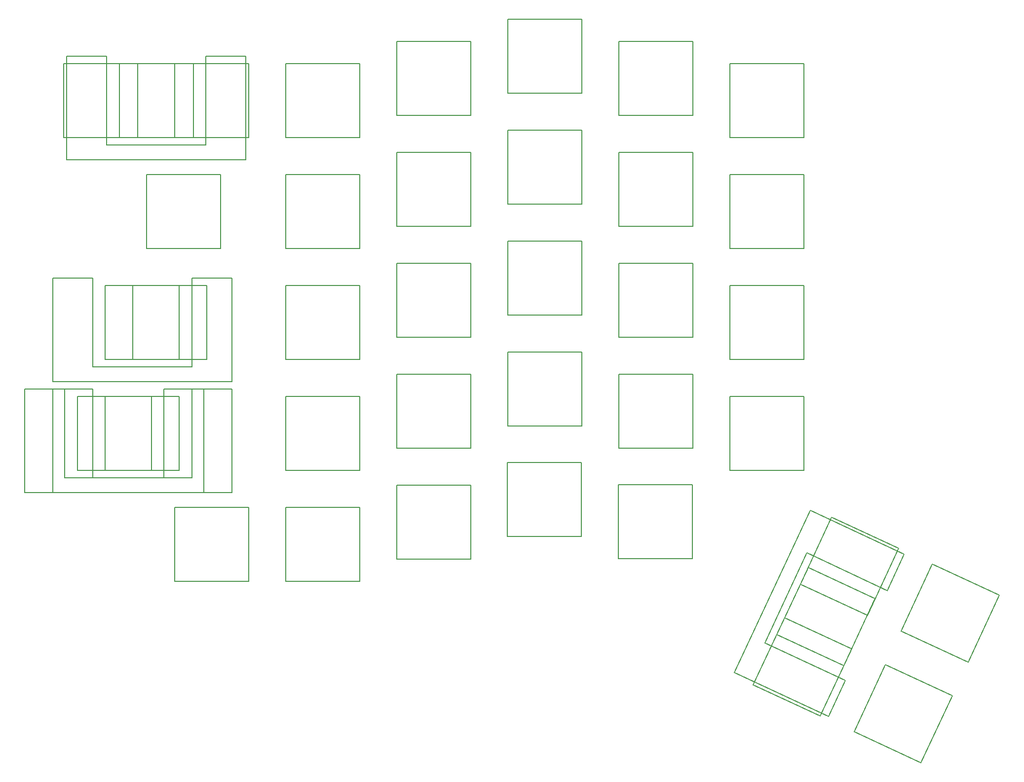
<source format=gbr>
G04 #@! TF.GenerationSoftware,KiCad,Pcbnew,(5.1.5)-3*
G04 #@! TF.CreationDate,2020-01-18T12:56:56+05:30*
G04 #@! TF.ProjectId,ergocape,6572676f-6361-4706-952e-6b696361645f,rev?*
G04 #@! TF.SameCoordinates,Original*
G04 #@! TF.FileFunction,Other,Comment*
%FSLAX46Y46*%
G04 Gerber Fmt 4.6, Leading zero omitted, Abs format (unit mm)*
G04 Created by KiCad (PCBNEW (5.1.5)-3) date 2020-01-18 12:56:56*
%MOMM*%
%LPD*%
G04 APERTURE LIST*
%ADD10C,0.152400*%
G04 APERTURE END LIST*
D10*
X33051800Y-106997500D02*
X33051800Y-89217500D01*
X63785800Y-106997500D02*
X33051800Y-106997500D01*
X63785800Y-89217500D02*
X63785800Y-106997500D01*
X56927800Y-89217500D02*
X63785800Y-89217500D01*
X56927800Y-104457500D02*
X56927800Y-89217500D01*
X39909800Y-104457500D02*
X56927800Y-104457500D01*
X39909800Y-89217500D02*
X39909800Y-104457500D01*
X33051800Y-89217500D02*
X39909800Y-89217500D01*
X54768800Y-103187500D02*
X54768800Y-90487500D01*
X42068800Y-103187500D02*
X54768800Y-103187500D01*
X42068800Y-90487500D02*
X42068800Y-103187500D01*
X54768800Y-90487500D02*
X42068800Y-90487500D01*
X77787500Y-46037500D02*
X77787500Y-33337500D01*
X90487500Y-46037500D02*
X77787500Y-46037500D01*
X90487500Y-33337500D02*
X90487500Y-46037500D01*
X77787500Y-33337500D02*
X90487500Y-33337500D01*
X66675000Y-65087500D02*
X66675000Y-52387500D01*
X53975000Y-65087500D02*
X66675000Y-65087500D01*
X53975000Y-52387500D02*
X53975000Y-65087500D01*
X66675000Y-52387500D02*
X53975000Y-52387500D01*
X175310320Y-148079428D02*
X180677572Y-136569320D01*
X186820428Y-153446680D02*
X175310320Y-148079428D01*
X192187680Y-141936572D02*
X186820428Y-153446680D01*
X180677572Y-136569320D02*
X192187680Y-141936572D01*
X96838000Y-42227500D02*
X96838000Y-29527500D01*
X109538000Y-42227500D02*
X96838000Y-42227500D01*
X109538000Y-29527500D02*
X109538000Y-42227500D01*
X96838000Y-29527500D02*
X109538000Y-29527500D01*
X115888000Y-38417500D02*
X115888000Y-25717500D01*
X128588000Y-38417500D02*
X115888000Y-38417500D01*
X128588000Y-25717500D02*
X128588000Y-38417500D01*
X115888000Y-25717500D02*
X128588000Y-25717500D01*
X134938000Y-42227500D02*
X134938000Y-29527500D01*
X147638000Y-42227500D02*
X134938000Y-42227500D01*
X147638000Y-29527500D02*
X147638000Y-42227500D01*
X134938000Y-29527500D02*
X147638000Y-29527500D01*
X153988000Y-46037500D02*
X153988000Y-33337500D01*
X166688000Y-46037500D02*
X153988000Y-46037500D01*
X166688000Y-33337500D02*
X166688000Y-46037500D01*
X153988000Y-33337500D02*
X166688000Y-33337500D01*
X77787500Y-84137500D02*
X77787500Y-71437500D01*
X90487500Y-84137500D02*
X77787500Y-84137500D01*
X90487500Y-71437500D02*
X90487500Y-84137500D01*
X77787500Y-71437500D02*
X90487500Y-71437500D01*
X77787500Y-122238000D02*
X77787500Y-109538000D01*
X90487500Y-122238000D02*
X77787500Y-122238000D01*
X90487500Y-109538000D02*
X90487500Y-122238000D01*
X77787500Y-109538000D02*
X90487500Y-109538000D01*
X153988000Y-103187500D02*
X153988000Y-90487500D01*
X166688000Y-103187500D02*
X153988000Y-103187500D01*
X166688000Y-90487500D02*
X166688000Y-103187500D01*
X153988000Y-90487500D02*
X166688000Y-90487500D01*
X115824000Y-114554000D02*
X115824000Y-101854000D01*
X128524000Y-114554000D02*
X115824000Y-114554000D01*
X128524000Y-101854000D02*
X128524000Y-114554000D01*
X115824000Y-101854000D02*
X128524000Y-101854000D01*
X134874000Y-118364000D02*
X134874000Y-105664000D01*
X147574000Y-118364000D02*
X134874000Y-118364000D01*
X147574000Y-105664000D02*
X147574000Y-118364000D01*
X134874000Y-105664000D02*
X147574000Y-105664000D01*
X115888000Y-95567500D02*
X115888000Y-82867500D01*
X128588000Y-95567500D02*
X115888000Y-95567500D01*
X128588000Y-82867500D02*
X128588000Y-95567500D01*
X115888000Y-82867500D02*
X128588000Y-82867500D01*
X51593800Y-84137500D02*
X51593800Y-71437500D01*
X64293800Y-84137500D02*
X51593800Y-84137500D01*
X64293800Y-71437500D02*
X64293800Y-84137500D01*
X51593800Y-71437500D02*
X64293800Y-71437500D01*
X58737500Y-122238000D02*
X58737500Y-109538000D01*
X71437500Y-122238000D02*
X58737500Y-122238000D01*
X71437500Y-109538000D02*
X71437500Y-122238000D01*
X58737500Y-109538000D02*
X71437500Y-109538000D01*
X115888000Y-76517500D02*
X115888000Y-63817500D01*
X128588000Y-76517500D02*
X115888000Y-76517500D01*
X128588000Y-63817500D02*
X128588000Y-76517500D01*
X115888000Y-63817500D02*
X128588000Y-63817500D01*
X115888000Y-57467500D02*
X115888000Y-44767500D01*
X128588000Y-57467500D02*
X115888000Y-57467500D01*
X128588000Y-44767500D02*
X128588000Y-57467500D01*
X115888000Y-44767500D02*
X128588000Y-44767500D01*
X37814200Y-87947500D02*
X37814200Y-70167500D01*
X68548200Y-87947500D02*
X37814200Y-87947500D01*
X68548200Y-70167500D02*
X68548200Y-87947500D01*
X61690200Y-70167500D02*
X68548200Y-70167500D01*
X61690200Y-85407500D02*
X61690200Y-70167500D01*
X44672200Y-85407500D02*
X61690200Y-85407500D01*
X44672200Y-70167500D02*
X44672200Y-85407500D01*
X37814200Y-70167500D02*
X44672200Y-70167500D01*
X59531200Y-84137500D02*
X59531200Y-71437500D01*
X46831200Y-84137500D02*
X59531200Y-84137500D01*
X46831200Y-71437500D02*
X46831200Y-84137500D01*
X59531200Y-71437500D02*
X46831200Y-71437500D01*
X58737500Y-46037500D02*
X58737500Y-33337500D01*
X71437500Y-46037500D02*
X58737500Y-46037500D01*
X71437500Y-33337500D02*
X71437500Y-46037500D01*
X58737500Y-33337500D02*
X71437500Y-33337500D01*
X134938000Y-80327500D02*
X134938000Y-67627500D01*
X147638000Y-80327500D02*
X134938000Y-80327500D01*
X147638000Y-67627500D02*
X147638000Y-80327500D01*
X134938000Y-67627500D02*
X147638000Y-67627500D01*
X153988000Y-84137500D02*
X153988000Y-71437500D01*
X166688000Y-84137500D02*
X153988000Y-84137500D01*
X166688000Y-71437500D02*
X166688000Y-84137500D01*
X153988000Y-71437500D02*
X166688000Y-71437500D01*
X77787500Y-65087500D02*
X77787500Y-52387500D01*
X90487500Y-65087500D02*
X77787500Y-65087500D01*
X90487500Y-52387500D02*
X90487500Y-65087500D01*
X77787500Y-52387500D02*
X90487500Y-52387500D01*
X134938000Y-61277500D02*
X134938000Y-48577500D01*
X147638000Y-61277500D02*
X134938000Y-61277500D01*
X147638000Y-48577500D02*
X147638000Y-61277500D01*
X134938000Y-48577500D02*
X147638000Y-48577500D01*
X96838000Y-80327500D02*
X96838000Y-67627500D01*
X109538000Y-80327500D02*
X96838000Y-80327500D01*
X109538000Y-67627500D02*
X109538000Y-80327500D01*
X96838000Y-67627500D02*
X109538000Y-67627500D01*
X68548200Y-106997500D02*
X68548200Y-89217500D01*
X37814200Y-106997500D02*
X68548200Y-106997500D01*
X37814200Y-89217500D02*
X37814200Y-106997500D01*
X44672200Y-89217500D02*
X37814200Y-89217500D01*
X44672200Y-104457500D02*
X44672200Y-89217500D01*
X61690200Y-104457500D02*
X44672200Y-104457500D01*
X61690200Y-89217500D02*
X61690200Y-104457500D01*
X68548200Y-89217500D02*
X61690200Y-89217500D01*
X46831200Y-103187500D02*
X46831200Y-90487500D01*
X59531200Y-103187500D02*
X46831200Y-103187500D01*
X59531200Y-90487500D02*
X59531200Y-103187500D01*
X46831200Y-90487500D02*
X59531200Y-90487500D01*
X153988000Y-65087500D02*
X153988000Y-52387500D01*
X166688000Y-65087500D02*
X153988000Y-65087500D01*
X166688000Y-52387500D02*
X166688000Y-65087500D01*
X153988000Y-52387500D02*
X166688000Y-52387500D01*
X183360320Y-130814428D02*
X188727572Y-119304320D01*
X194870428Y-136181680D02*
X183360320Y-130814428D01*
X200237680Y-124671572D02*
X194870428Y-136181680D01*
X188727572Y-119304320D02*
X200237680Y-124671572D01*
X134938000Y-99377500D02*
X134938000Y-86677500D01*
X147638000Y-99377500D02*
X134938000Y-99377500D01*
X147638000Y-86677500D02*
X147638000Y-99377500D01*
X134938000Y-86677500D02*
X147638000Y-86677500D01*
X96838000Y-61277500D02*
X96838000Y-48577500D01*
X109538000Y-61277500D02*
X96838000Y-61277500D01*
X109538000Y-48577500D02*
X109538000Y-61277500D01*
X96838000Y-48577500D02*
X109538000Y-48577500D01*
X96838000Y-118428000D02*
X96838000Y-105728000D01*
X109538000Y-118428000D02*
X96838000Y-118428000D01*
X109538000Y-105728000D02*
X109538000Y-118428000D01*
X96838000Y-105728000D02*
X109538000Y-105728000D01*
X96838000Y-99377500D02*
X96838000Y-86677500D01*
X109538000Y-99377500D02*
X96838000Y-99377500D01*
X109538000Y-86677500D02*
X109538000Y-99377500D01*
X96838000Y-86677500D02*
X109538000Y-86677500D01*
X77787500Y-103187500D02*
X77787500Y-90487500D01*
X90487500Y-103187500D02*
X77787500Y-103187500D01*
X90487500Y-90487500D02*
X90487500Y-103187500D01*
X77787500Y-90487500D02*
X90487500Y-90487500D01*
X166083320Y-122751428D02*
X171450572Y-111241320D01*
X177593428Y-128118680D02*
X166083320Y-122751428D01*
X182960680Y-116608572D02*
X177593428Y-128118680D01*
X171450572Y-111241320D02*
X182960680Y-116608572D01*
X174909680Y-133873572D02*
X169542428Y-145383680D01*
X163399572Y-128506320D02*
X174909680Y-133873572D01*
X158032320Y-140016428D02*
X163399572Y-128506320D01*
X169542428Y-145383680D02*
X158032320Y-140016428D01*
X154806538Y-137957430D02*
X170920691Y-145471583D01*
X167795288Y-110102967D02*
X154806538Y-137957430D01*
X183909440Y-117617119D02*
X167795288Y-110102967D01*
X181011124Y-123832578D02*
X183909440Y-117617119D01*
X167198993Y-117391876D02*
X181011124Y-123832578D01*
X160006876Y-132815422D02*
X167198993Y-117391876D01*
X173819007Y-139256124D02*
X160006876Y-132815422D01*
X170920691Y-145471583D02*
X173819007Y-139256124D01*
X167437572Y-119885320D02*
X178947680Y-125252572D01*
X162070320Y-131395428D02*
X167437572Y-119885320D01*
X173580428Y-136762680D02*
X162070320Y-131395428D01*
X178947680Y-125252572D02*
X173580428Y-136762680D01*
X70993000Y-49847500D02*
X70993000Y-32067500D01*
X40259000Y-49847500D02*
X70993000Y-49847500D01*
X40259000Y-32067500D02*
X40259000Y-49847500D01*
X47117000Y-32067500D02*
X40259000Y-32067500D01*
X47117000Y-47307500D02*
X47117000Y-32067500D01*
X64135000Y-47307500D02*
X47117000Y-47307500D01*
X64135000Y-32067500D02*
X64135000Y-47307500D01*
X70993000Y-32067500D02*
X64135000Y-32067500D01*
X49276000Y-46037500D02*
X49276000Y-33337500D01*
X61976000Y-46037500D02*
X49276000Y-46037500D01*
X61976000Y-33337500D02*
X61976000Y-46037500D01*
X49276000Y-33337500D02*
X61976000Y-33337500D01*
X39700200Y-46050200D02*
X39700200Y-33350200D01*
X52400200Y-46050200D02*
X39700200Y-46050200D01*
X52400200Y-33350200D02*
X52400200Y-46050200D01*
X39700200Y-33350200D02*
X52400200Y-33350200D01*
M02*

</source>
